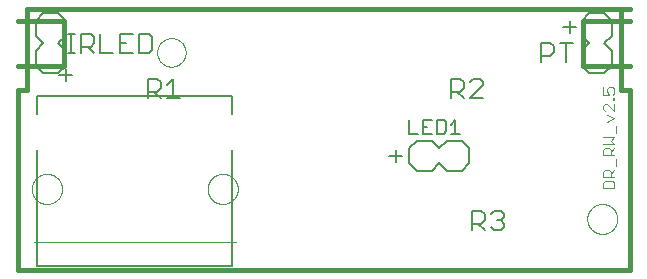
<source format=gto>
G75*
%MOIN*%
%OFA0B0*%
%FSLAX25Y25*%
%IPPOS*%
%LPD*%
%AMOC8*
5,1,8,0,0,1.08239X$1,22.5*
%
%ADD10C,0.01600*%
%ADD11C,0.00000*%
%ADD12C,0.00600*%
%ADD13C,0.00300*%
%ADD14C,0.00800*%
%ADD15C,0.00500*%
D10*
X0001800Y0001800D02*
X0205800Y0001800D01*
X0205800Y0061800D01*
X0202800Y0061800D01*
X0202800Y0088800D01*
X0205800Y0088800D01*
X0202800Y0088800D02*
X0004800Y0088800D01*
X0004800Y0061800D01*
X0001800Y0061800D01*
X0001800Y0001800D01*
X0001800Y0069800D02*
X0017300Y0069800D01*
X0017300Y0084800D01*
X0001800Y0084800D01*
X0190300Y0084800D02*
X0190300Y0069800D01*
X0205800Y0069800D01*
X0205800Y0084800D02*
X0190300Y0084800D01*
D11*
X0065071Y0028800D02*
X0065073Y0028941D01*
X0065079Y0029083D01*
X0065089Y0029224D01*
X0065103Y0029365D01*
X0065121Y0029505D01*
X0065143Y0029645D01*
X0065168Y0029784D01*
X0065198Y0029922D01*
X0065232Y0030059D01*
X0065269Y0030196D01*
X0065310Y0030331D01*
X0065355Y0030465D01*
X0065404Y0030598D01*
X0065457Y0030729D01*
X0065513Y0030859D01*
X0065573Y0030987D01*
X0065636Y0031114D01*
X0065703Y0031238D01*
X0065773Y0031361D01*
X0065847Y0031481D01*
X0065924Y0031600D01*
X0066005Y0031716D01*
X0066089Y0031830D01*
X0066176Y0031942D01*
X0066266Y0032051D01*
X0066359Y0032157D01*
X0066455Y0032261D01*
X0066554Y0032362D01*
X0066656Y0032460D01*
X0066760Y0032556D01*
X0066867Y0032648D01*
X0066977Y0032737D01*
X0067089Y0032824D01*
X0067204Y0032907D01*
X0067320Y0032986D01*
X0067439Y0033063D01*
X0067561Y0033136D01*
X0067684Y0033205D01*
X0067809Y0033271D01*
X0067936Y0033334D01*
X0068064Y0033393D01*
X0068194Y0033448D01*
X0068326Y0033500D01*
X0068459Y0033547D01*
X0068594Y0033591D01*
X0068729Y0033632D01*
X0068866Y0033668D01*
X0069004Y0033701D01*
X0069142Y0033729D01*
X0069281Y0033754D01*
X0069421Y0033775D01*
X0069562Y0033792D01*
X0069702Y0033805D01*
X0069844Y0033814D01*
X0069985Y0033819D01*
X0070126Y0033820D01*
X0070268Y0033817D01*
X0070409Y0033810D01*
X0070550Y0033799D01*
X0070691Y0033784D01*
X0070831Y0033765D01*
X0070970Y0033742D01*
X0071109Y0033716D01*
X0071247Y0033685D01*
X0071385Y0033650D01*
X0071521Y0033612D01*
X0071656Y0033570D01*
X0071789Y0033524D01*
X0071922Y0033474D01*
X0072053Y0033421D01*
X0072182Y0033364D01*
X0072310Y0033303D01*
X0072436Y0033239D01*
X0072560Y0033171D01*
X0072682Y0033100D01*
X0072802Y0033025D01*
X0072920Y0032947D01*
X0073036Y0032865D01*
X0073149Y0032781D01*
X0073260Y0032693D01*
X0073369Y0032602D01*
X0073474Y0032508D01*
X0073578Y0032412D01*
X0073678Y0032312D01*
X0073775Y0032210D01*
X0073870Y0032104D01*
X0073962Y0031997D01*
X0074050Y0031886D01*
X0074136Y0031774D01*
X0074218Y0031658D01*
X0074297Y0031541D01*
X0074372Y0031421D01*
X0074444Y0031300D01*
X0074513Y0031176D01*
X0074578Y0031051D01*
X0074640Y0030923D01*
X0074698Y0030794D01*
X0074752Y0030664D01*
X0074803Y0030532D01*
X0074850Y0030398D01*
X0074893Y0030264D01*
X0074932Y0030128D01*
X0074968Y0029991D01*
X0074999Y0029853D01*
X0075027Y0029714D01*
X0075051Y0029575D01*
X0075071Y0029435D01*
X0075087Y0029294D01*
X0075099Y0029153D01*
X0075107Y0029012D01*
X0075111Y0028871D01*
X0075111Y0028729D01*
X0075107Y0028588D01*
X0075099Y0028447D01*
X0075087Y0028306D01*
X0075071Y0028165D01*
X0075051Y0028025D01*
X0075027Y0027886D01*
X0074999Y0027747D01*
X0074968Y0027609D01*
X0074932Y0027472D01*
X0074893Y0027336D01*
X0074850Y0027202D01*
X0074803Y0027068D01*
X0074752Y0026936D01*
X0074698Y0026806D01*
X0074640Y0026677D01*
X0074578Y0026549D01*
X0074513Y0026424D01*
X0074444Y0026300D01*
X0074372Y0026179D01*
X0074297Y0026059D01*
X0074218Y0025942D01*
X0074136Y0025826D01*
X0074050Y0025714D01*
X0073962Y0025603D01*
X0073870Y0025496D01*
X0073775Y0025390D01*
X0073678Y0025288D01*
X0073578Y0025188D01*
X0073474Y0025092D01*
X0073369Y0024998D01*
X0073260Y0024907D01*
X0073149Y0024819D01*
X0073036Y0024735D01*
X0072920Y0024653D01*
X0072802Y0024575D01*
X0072682Y0024500D01*
X0072560Y0024429D01*
X0072436Y0024361D01*
X0072310Y0024297D01*
X0072182Y0024236D01*
X0072053Y0024179D01*
X0071922Y0024126D01*
X0071789Y0024076D01*
X0071656Y0024030D01*
X0071521Y0023988D01*
X0071385Y0023950D01*
X0071247Y0023915D01*
X0071109Y0023884D01*
X0070970Y0023858D01*
X0070831Y0023835D01*
X0070691Y0023816D01*
X0070550Y0023801D01*
X0070409Y0023790D01*
X0070268Y0023783D01*
X0070126Y0023780D01*
X0069985Y0023781D01*
X0069844Y0023786D01*
X0069702Y0023795D01*
X0069562Y0023808D01*
X0069421Y0023825D01*
X0069281Y0023846D01*
X0069142Y0023871D01*
X0069004Y0023899D01*
X0068866Y0023932D01*
X0068729Y0023968D01*
X0068594Y0024009D01*
X0068459Y0024053D01*
X0068326Y0024100D01*
X0068194Y0024152D01*
X0068064Y0024207D01*
X0067936Y0024266D01*
X0067809Y0024329D01*
X0067684Y0024395D01*
X0067561Y0024464D01*
X0067439Y0024537D01*
X0067320Y0024614D01*
X0067204Y0024693D01*
X0067089Y0024776D01*
X0066977Y0024863D01*
X0066867Y0024952D01*
X0066760Y0025044D01*
X0066656Y0025140D01*
X0066554Y0025238D01*
X0066455Y0025339D01*
X0066359Y0025443D01*
X0066266Y0025549D01*
X0066176Y0025658D01*
X0066089Y0025770D01*
X0066005Y0025884D01*
X0065924Y0026000D01*
X0065847Y0026119D01*
X0065773Y0026239D01*
X0065703Y0026362D01*
X0065636Y0026486D01*
X0065573Y0026613D01*
X0065513Y0026741D01*
X0065457Y0026871D01*
X0065404Y0027002D01*
X0065355Y0027135D01*
X0065310Y0027269D01*
X0065269Y0027404D01*
X0065232Y0027541D01*
X0065198Y0027678D01*
X0065168Y0027816D01*
X0065143Y0027955D01*
X0065121Y0028095D01*
X0065103Y0028235D01*
X0065089Y0028376D01*
X0065079Y0028517D01*
X0065073Y0028659D01*
X0065071Y0028800D01*
X0074391Y0011005D02*
X0007209Y0011005D01*
X0006489Y0028800D02*
X0006491Y0028941D01*
X0006497Y0029083D01*
X0006507Y0029224D01*
X0006521Y0029365D01*
X0006539Y0029505D01*
X0006561Y0029645D01*
X0006586Y0029784D01*
X0006616Y0029922D01*
X0006650Y0030059D01*
X0006687Y0030196D01*
X0006728Y0030331D01*
X0006773Y0030465D01*
X0006822Y0030598D01*
X0006875Y0030729D01*
X0006931Y0030859D01*
X0006991Y0030987D01*
X0007054Y0031114D01*
X0007121Y0031238D01*
X0007191Y0031361D01*
X0007265Y0031481D01*
X0007342Y0031600D01*
X0007423Y0031716D01*
X0007507Y0031830D01*
X0007594Y0031942D01*
X0007684Y0032051D01*
X0007777Y0032157D01*
X0007873Y0032261D01*
X0007972Y0032362D01*
X0008074Y0032460D01*
X0008178Y0032556D01*
X0008285Y0032648D01*
X0008395Y0032737D01*
X0008507Y0032824D01*
X0008622Y0032907D01*
X0008738Y0032986D01*
X0008857Y0033063D01*
X0008979Y0033136D01*
X0009102Y0033205D01*
X0009227Y0033271D01*
X0009354Y0033334D01*
X0009482Y0033393D01*
X0009612Y0033448D01*
X0009744Y0033500D01*
X0009877Y0033547D01*
X0010012Y0033591D01*
X0010147Y0033632D01*
X0010284Y0033668D01*
X0010422Y0033701D01*
X0010560Y0033729D01*
X0010699Y0033754D01*
X0010839Y0033775D01*
X0010980Y0033792D01*
X0011120Y0033805D01*
X0011262Y0033814D01*
X0011403Y0033819D01*
X0011544Y0033820D01*
X0011686Y0033817D01*
X0011827Y0033810D01*
X0011968Y0033799D01*
X0012109Y0033784D01*
X0012249Y0033765D01*
X0012388Y0033742D01*
X0012527Y0033716D01*
X0012665Y0033685D01*
X0012803Y0033650D01*
X0012939Y0033612D01*
X0013074Y0033570D01*
X0013207Y0033524D01*
X0013340Y0033474D01*
X0013471Y0033421D01*
X0013600Y0033364D01*
X0013728Y0033303D01*
X0013854Y0033239D01*
X0013978Y0033171D01*
X0014100Y0033100D01*
X0014220Y0033025D01*
X0014338Y0032947D01*
X0014454Y0032865D01*
X0014567Y0032781D01*
X0014678Y0032693D01*
X0014787Y0032602D01*
X0014892Y0032508D01*
X0014996Y0032412D01*
X0015096Y0032312D01*
X0015193Y0032210D01*
X0015288Y0032104D01*
X0015380Y0031997D01*
X0015468Y0031886D01*
X0015554Y0031774D01*
X0015636Y0031658D01*
X0015715Y0031541D01*
X0015790Y0031421D01*
X0015862Y0031300D01*
X0015931Y0031176D01*
X0015996Y0031051D01*
X0016058Y0030923D01*
X0016116Y0030794D01*
X0016170Y0030664D01*
X0016221Y0030532D01*
X0016268Y0030398D01*
X0016311Y0030264D01*
X0016350Y0030128D01*
X0016386Y0029991D01*
X0016417Y0029853D01*
X0016445Y0029714D01*
X0016469Y0029575D01*
X0016489Y0029435D01*
X0016505Y0029294D01*
X0016517Y0029153D01*
X0016525Y0029012D01*
X0016529Y0028871D01*
X0016529Y0028729D01*
X0016525Y0028588D01*
X0016517Y0028447D01*
X0016505Y0028306D01*
X0016489Y0028165D01*
X0016469Y0028025D01*
X0016445Y0027886D01*
X0016417Y0027747D01*
X0016386Y0027609D01*
X0016350Y0027472D01*
X0016311Y0027336D01*
X0016268Y0027202D01*
X0016221Y0027068D01*
X0016170Y0026936D01*
X0016116Y0026806D01*
X0016058Y0026677D01*
X0015996Y0026549D01*
X0015931Y0026424D01*
X0015862Y0026300D01*
X0015790Y0026179D01*
X0015715Y0026059D01*
X0015636Y0025942D01*
X0015554Y0025826D01*
X0015468Y0025714D01*
X0015380Y0025603D01*
X0015288Y0025496D01*
X0015193Y0025390D01*
X0015096Y0025288D01*
X0014996Y0025188D01*
X0014892Y0025092D01*
X0014787Y0024998D01*
X0014678Y0024907D01*
X0014567Y0024819D01*
X0014454Y0024735D01*
X0014338Y0024653D01*
X0014220Y0024575D01*
X0014100Y0024500D01*
X0013978Y0024429D01*
X0013854Y0024361D01*
X0013728Y0024297D01*
X0013600Y0024236D01*
X0013471Y0024179D01*
X0013340Y0024126D01*
X0013207Y0024076D01*
X0013074Y0024030D01*
X0012939Y0023988D01*
X0012803Y0023950D01*
X0012665Y0023915D01*
X0012527Y0023884D01*
X0012388Y0023858D01*
X0012249Y0023835D01*
X0012109Y0023816D01*
X0011968Y0023801D01*
X0011827Y0023790D01*
X0011686Y0023783D01*
X0011544Y0023780D01*
X0011403Y0023781D01*
X0011262Y0023786D01*
X0011120Y0023795D01*
X0010980Y0023808D01*
X0010839Y0023825D01*
X0010699Y0023846D01*
X0010560Y0023871D01*
X0010422Y0023899D01*
X0010284Y0023932D01*
X0010147Y0023968D01*
X0010012Y0024009D01*
X0009877Y0024053D01*
X0009744Y0024100D01*
X0009612Y0024152D01*
X0009482Y0024207D01*
X0009354Y0024266D01*
X0009227Y0024329D01*
X0009102Y0024395D01*
X0008979Y0024464D01*
X0008857Y0024537D01*
X0008738Y0024614D01*
X0008622Y0024693D01*
X0008507Y0024776D01*
X0008395Y0024863D01*
X0008285Y0024952D01*
X0008178Y0025044D01*
X0008074Y0025140D01*
X0007972Y0025238D01*
X0007873Y0025339D01*
X0007777Y0025443D01*
X0007684Y0025549D01*
X0007594Y0025658D01*
X0007507Y0025770D01*
X0007423Y0025884D01*
X0007342Y0026000D01*
X0007265Y0026119D01*
X0007191Y0026239D01*
X0007121Y0026362D01*
X0007054Y0026486D01*
X0006991Y0026613D01*
X0006931Y0026741D01*
X0006875Y0026871D01*
X0006822Y0027002D01*
X0006773Y0027135D01*
X0006728Y0027269D01*
X0006687Y0027404D01*
X0006650Y0027541D01*
X0006616Y0027678D01*
X0006586Y0027816D01*
X0006561Y0027955D01*
X0006539Y0028095D01*
X0006521Y0028235D01*
X0006507Y0028376D01*
X0006497Y0028517D01*
X0006491Y0028659D01*
X0006489Y0028800D01*
X0048250Y0074300D02*
X0048252Y0074438D01*
X0048258Y0074575D01*
X0048268Y0074712D01*
X0048282Y0074849D01*
X0048300Y0074985D01*
X0048322Y0075121D01*
X0048347Y0075256D01*
X0048377Y0075390D01*
X0048410Y0075524D01*
X0048448Y0075656D01*
X0048489Y0075787D01*
X0048534Y0075917D01*
X0048583Y0076046D01*
X0048635Y0076173D01*
X0048691Y0076299D01*
X0048751Y0076423D01*
X0048814Y0076545D01*
X0048881Y0076665D01*
X0048951Y0076783D01*
X0049024Y0076900D01*
X0049101Y0077014D01*
X0049182Y0077125D01*
X0049265Y0077235D01*
X0049351Y0077342D01*
X0049441Y0077446D01*
X0049534Y0077548D01*
X0049629Y0077647D01*
X0049727Y0077743D01*
X0049828Y0077836D01*
X0049932Y0077926D01*
X0050038Y0078014D01*
X0050147Y0078098D01*
X0050258Y0078179D01*
X0050372Y0078257D01*
X0050487Y0078331D01*
X0050605Y0078402D01*
X0050725Y0078470D01*
X0050847Y0078534D01*
X0050970Y0078594D01*
X0051095Y0078651D01*
X0051222Y0078705D01*
X0051350Y0078754D01*
X0051480Y0078800D01*
X0051611Y0078842D01*
X0051743Y0078881D01*
X0051876Y0078915D01*
X0052010Y0078946D01*
X0052145Y0078972D01*
X0052281Y0078995D01*
X0052417Y0079014D01*
X0052554Y0079029D01*
X0052691Y0079040D01*
X0052828Y0079047D01*
X0052966Y0079050D01*
X0053103Y0079049D01*
X0053241Y0079044D01*
X0053378Y0079035D01*
X0053515Y0079022D01*
X0053651Y0079005D01*
X0053787Y0078984D01*
X0053922Y0078960D01*
X0054057Y0078931D01*
X0054191Y0078898D01*
X0054323Y0078862D01*
X0054455Y0078822D01*
X0054585Y0078778D01*
X0054714Y0078730D01*
X0054842Y0078678D01*
X0054968Y0078623D01*
X0055092Y0078565D01*
X0055214Y0078502D01*
X0055335Y0078436D01*
X0055454Y0078367D01*
X0055571Y0078294D01*
X0055685Y0078218D01*
X0055798Y0078139D01*
X0055908Y0078056D01*
X0056015Y0077970D01*
X0056120Y0077882D01*
X0056222Y0077790D01*
X0056322Y0077695D01*
X0056419Y0077597D01*
X0056513Y0077497D01*
X0056604Y0077394D01*
X0056692Y0077288D01*
X0056777Y0077180D01*
X0056859Y0077070D01*
X0056938Y0076957D01*
X0057013Y0076842D01*
X0057085Y0076724D01*
X0057153Y0076605D01*
X0057218Y0076484D01*
X0057280Y0076361D01*
X0057337Y0076236D01*
X0057392Y0076110D01*
X0057442Y0075982D01*
X0057489Y0075853D01*
X0057532Y0075722D01*
X0057571Y0075590D01*
X0057607Y0075457D01*
X0057638Y0075323D01*
X0057666Y0075189D01*
X0057690Y0075053D01*
X0057710Y0074917D01*
X0057726Y0074781D01*
X0057738Y0074644D01*
X0057746Y0074506D01*
X0057750Y0074369D01*
X0057750Y0074231D01*
X0057746Y0074094D01*
X0057738Y0073956D01*
X0057726Y0073819D01*
X0057710Y0073683D01*
X0057690Y0073547D01*
X0057666Y0073411D01*
X0057638Y0073277D01*
X0057607Y0073143D01*
X0057571Y0073010D01*
X0057532Y0072878D01*
X0057489Y0072747D01*
X0057442Y0072618D01*
X0057392Y0072490D01*
X0057337Y0072364D01*
X0057280Y0072239D01*
X0057218Y0072116D01*
X0057153Y0071995D01*
X0057085Y0071876D01*
X0057013Y0071758D01*
X0056938Y0071643D01*
X0056859Y0071530D01*
X0056777Y0071420D01*
X0056692Y0071312D01*
X0056604Y0071206D01*
X0056513Y0071103D01*
X0056419Y0071003D01*
X0056322Y0070905D01*
X0056222Y0070810D01*
X0056120Y0070718D01*
X0056015Y0070630D01*
X0055908Y0070544D01*
X0055798Y0070461D01*
X0055685Y0070382D01*
X0055571Y0070306D01*
X0055454Y0070233D01*
X0055335Y0070164D01*
X0055214Y0070098D01*
X0055092Y0070035D01*
X0054968Y0069977D01*
X0054842Y0069922D01*
X0054714Y0069870D01*
X0054585Y0069822D01*
X0054455Y0069778D01*
X0054323Y0069738D01*
X0054191Y0069702D01*
X0054057Y0069669D01*
X0053922Y0069640D01*
X0053787Y0069616D01*
X0053651Y0069595D01*
X0053515Y0069578D01*
X0053378Y0069565D01*
X0053241Y0069556D01*
X0053103Y0069551D01*
X0052966Y0069550D01*
X0052828Y0069553D01*
X0052691Y0069560D01*
X0052554Y0069571D01*
X0052417Y0069586D01*
X0052281Y0069605D01*
X0052145Y0069628D01*
X0052010Y0069654D01*
X0051876Y0069685D01*
X0051743Y0069719D01*
X0051611Y0069758D01*
X0051480Y0069800D01*
X0051350Y0069846D01*
X0051222Y0069895D01*
X0051095Y0069949D01*
X0050970Y0070006D01*
X0050847Y0070066D01*
X0050725Y0070130D01*
X0050605Y0070198D01*
X0050487Y0070269D01*
X0050372Y0070343D01*
X0050258Y0070421D01*
X0050147Y0070502D01*
X0050038Y0070586D01*
X0049932Y0070674D01*
X0049828Y0070764D01*
X0049727Y0070857D01*
X0049629Y0070953D01*
X0049534Y0071052D01*
X0049441Y0071154D01*
X0049351Y0071258D01*
X0049265Y0071365D01*
X0049182Y0071475D01*
X0049101Y0071586D01*
X0049024Y0071700D01*
X0048951Y0071817D01*
X0048881Y0071935D01*
X0048814Y0072055D01*
X0048751Y0072177D01*
X0048691Y0072301D01*
X0048635Y0072427D01*
X0048583Y0072554D01*
X0048534Y0072683D01*
X0048489Y0072813D01*
X0048448Y0072944D01*
X0048410Y0073076D01*
X0048377Y0073210D01*
X0048347Y0073344D01*
X0048322Y0073479D01*
X0048300Y0073615D01*
X0048282Y0073751D01*
X0048268Y0073888D01*
X0048258Y0074025D01*
X0048252Y0074162D01*
X0048250Y0074300D01*
X0191600Y0018800D02*
X0191602Y0018941D01*
X0191608Y0019082D01*
X0191618Y0019222D01*
X0191632Y0019362D01*
X0191650Y0019502D01*
X0191671Y0019641D01*
X0191697Y0019780D01*
X0191726Y0019918D01*
X0191760Y0020054D01*
X0191797Y0020190D01*
X0191838Y0020325D01*
X0191883Y0020459D01*
X0191932Y0020591D01*
X0191984Y0020722D01*
X0192040Y0020851D01*
X0192100Y0020978D01*
X0192163Y0021104D01*
X0192229Y0021228D01*
X0192300Y0021351D01*
X0192373Y0021471D01*
X0192450Y0021589D01*
X0192530Y0021705D01*
X0192614Y0021818D01*
X0192700Y0021929D01*
X0192790Y0022038D01*
X0192883Y0022144D01*
X0192978Y0022247D01*
X0193077Y0022348D01*
X0193178Y0022446D01*
X0193282Y0022541D01*
X0193389Y0022633D01*
X0193498Y0022722D01*
X0193610Y0022807D01*
X0193724Y0022890D01*
X0193840Y0022970D01*
X0193959Y0023046D01*
X0194080Y0023118D01*
X0194202Y0023188D01*
X0194327Y0023253D01*
X0194453Y0023316D01*
X0194581Y0023374D01*
X0194711Y0023429D01*
X0194842Y0023481D01*
X0194975Y0023528D01*
X0195109Y0023572D01*
X0195244Y0023613D01*
X0195380Y0023649D01*
X0195517Y0023681D01*
X0195655Y0023710D01*
X0195793Y0023735D01*
X0195933Y0023755D01*
X0196073Y0023772D01*
X0196213Y0023785D01*
X0196354Y0023794D01*
X0196494Y0023799D01*
X0196635Y0023800D01*
X0196776Y0023797D01*
X0196917Y0023790D01*
X0197057Y0023779D01*
X0197197Y0023764D01*
X0197337Y0023745D01*
X0197476Y0023723D01*
X0197614Y0023696D01*
X0197752Y0023666D01*
X0197888Y0023631D01*
X0198024Y0023593D01*
X0198158Y0023551D01*
X0198292Y0023505D01*
X0198424Y0023456D01*
X0198554Y0023402D01*
X0198683Y0023345D01*
X0198810Y0023285D01*
X0198936Y0023221D01*
X0199059Y0023153D01*
X0199181Y0023082D01*
X0199301Y0023008D01*
X0199418Y0022930D01*
X0199533Y0022849D01*
X0199646Y0022765D01*
X0199757Y0022678D01*
X0199865Y0022587D01*
X0199970Y0022494D01*
X0200073Y0022397D01*
X0200173Y0022298D01*
X0200270Y0022196D01*
X0200364Y0022091D01*
X0200455Y0021984D01*
X0200543Y0021874D01*
X0200628Y0021762D01*
X0200710Y0021647D01*
X0200789Y0021530D01*
X0200864Y0021411D01*
X0200936Y0021290D01*
X0201004Y0021167D01*
X0201069Y0021042D01*
X0201131Y0020915D01*
X0201188Y0020786D01*
X0201243Y0020656D01*
X0201293Y0020525D01*
X0201340Y0020392D01*
X0201383Y0020258D01*
X0201422Y0020122D01*
X0201457Y0019986D01*
X0201489Y0019849D01*
X0201516Y0019711D01*
X0201540Y0019572D01*
X0201560Y0019432D01*
X0201576Y0019292D01*
X0201588Y0019152D01*
X0201596Y0019011D01*
X0201600Y0018870D01*
X0201600Y0018730D01*
X0201596Y0018589D01*
X0201588Y0018448D01*
X0201576Y0018308D01*
X0201560Y0018168D01*
X0201540Y0018028D01*
X0201516Y0017889D01*
X0201489Y0017751D01*
X0201457Y0017614D01*
X0201422Y0017478D01*
X0201383Y0017342D01*
X0201340Y0017208D01*
X0201293Y0017075D01*
X0201243Y0016944D01*
X0201188Y0016814D01*
X0201131Y0016685D01*
X0201069Y0016558D01*
X0201004Y0016433D01*
X0200936Y0016310D01*
X0200864Y0016189D01*
X0200789Y0016070D01*
X0200710Y0015953D01*
X0200628Y0015838D01*
X0200543Y0015726D01*
X0200455Y0015616D01*
X0200364Y0015509D01*
X0200270Y0015404D01*
X0200173Y0015302D01*
X0200073Y0015203D01*
X0199970Y0015106D01*
X0199865Y0015013D01*
X0199757Y0014922D01*
X0199646Y0014835D01*
X0199533Y0014751D01*
X0199418Y0014670D01*
X0199301Y0014592D01*
X0199181Y0014518D01*
X0199059Y0014447D01*
X0198936Y0014379D01*
X0198810Y0014315D01*
X0198683Y0014255D01*
X0198554Y0014198D01*
X0198424Y0014144D01*
X0198292Y0014095D01*
X0198158Y0014049D01*
X0198024Y0014007D01*
X0197888Y0013969D01*
X0197752Y0013934D01*
X0197614Y0013904D01*
X0197476Y0013877D01*
X0197337Y0013855D01*
X0197197Y0013836D01*
X0197057Y0013821D01*
X0196917Y0013810D01*
X0196776Y0013803D01*
X0196635Y0013800D01*
X0196494Y0013801D01*
X0196354Y0013806D01*
X0196213Y0013815D01*
X0196073Y0013828D01*
X0195933Y0013845D01*
X0195793Y0013865D01*
X0195655Y0013890D01*
X0195517Y0013919D01*
X0195380Y0013951D01*
X0195244Y0013987D01*
X0195109Y0014028D01*
X0194975Y0014072D01*
X0194842Y0014119D01*
X0194711Y0014171D01*
X0194581Y0014226D01*
X0194453Y0014284D01*
X0194327Y0014347D01*
X0194202Y0014412D01*
X0194080Y0014482D01*
X0193959Y0014554D01*
X0193840Y0014630D01*
X0193724Y0014710D01*
X0193610Y0014793D01*
X0193498Y0014878D01*
X0193389Y0014967D01*
X0193282Y0015059D01*
X0193178Y0015154D01*
X0193077Y0015252D01*
X0192978Y0015353D01*
X0192883Y0015456D01*
X0192790Y0015562D01*
X0192700Y0015671D01*
X0192614Y0015782D01*
X0192530Y0015895D01*
X0192450Y0016011D01*
X0192373Y0016129D01*
X0192300Y0016249D01*
X0192229Y0016372D01*
X0192163Y0016496D01*
X0192100Y0016622D01*
X0192040Y0016749D01*
X0191984Y0016878D01*
X0191932Y0017009D01*
X0191883Y0017141D01*
X0191838Y0017275D01*
X0191797Y0017410D01*
X0191760Y0017546D01*
X0191726Y0017682D01*
X0191697Y0017820D01*
X0191671Y0017959D01*
X0191650Y0018098D01*
X0191632Y0018238D01*
X0191618Y0018378D01*
X0191608Y0018518D01*
X0191602Y0018659D01*
X0191600Y0018800D01*
D12*
X0163816Y0019370D02*
X0162748Y0018303D01*
X0163816Y0017235D01*
X0163816Y0016168D01*
X0162748Y0015100D01*
X0160613Y0015100D01*
X0159545Y0016168D01*
X0157370Y0015100D02*
X0155235Y0017235D01*
X0156303Y0017235D02*
X0157370Y0018303D01*
X0157370Y0020438D01*
X0156303Y0021505D01*
X0153100Y0021505D01*
X0153100Y0015100D01*
X0153100Y0017235D02*
X0156303Y0017235D01*
X0161681Y0018303D02*
X0162748Y0018303D01*
X0163816Y0019370D02*
X0163816Y0020438D01*
X0162748Y0021505D01*
X0160613Y0021505D01*
X0159545Y0020438D01*
X0127735Y0037668D02*
X0127735Y0041938D01*
X0125600Y0039803D02*
X0129870Y0039803D01*
X0146100Y0059100D02*
X0146100Y0065505D01*
X0149303Y0065505D01*
X0150370Y0064438D01*
X0150370Y0062303D01*
X0149303Y0061235D01*
X0146100Y0061235D01*
X0148235Y0061235D02*
X0150370Y0059100D01*
X0152545Y0059100D02*
X0156816Y0063370D01*
X0156816Y0064438D01*
X0155748Y0065505D01*
X0153613Y0065505D01*
X0152545Y0064438D01*
X0152545Y0059100D02*
X0156816Y0059100D01*
X0176100Y0071100D02*
X0176100Y0077505D01*
X0179303Y0077505D01*
X0180370Y0076438D01*
X0180370Y0074303D01*
X0179303Y0073235D01*
X0176100Y0073235D01*
X0184681Y0071100D02*
X0184681Y0077505D01*
X0186816Y0077505D02*
X0182545Y0077505D01*
X0185735Y0080668D02*
X0185735Y0084938D01*
X0183600Y0082803D02*
X0187870Y0082803D01*
X0055816Y0059100D02*
X0051545Y0059100D01*
X0053681Y0059100D02*
X0053681Y0065505D01*
X0051545Y0063370D01*
X0049370Y0062303D02*
X0048303Y0061235D01*
X0045100Y0061235D01*
X0047235Y0061235D02*
X0049370Y0059100D01*
X0045100Y0059100D02*
X0045100Y0065505D01*
X0048303Y0065505D01*
X0049370Y0064438D01*
X0049370Y0062303D01*
X0045436Y0074100D02*
X0042233Y0074100D01*
X0042233Y0080505D01*
X0045436Y0080505D01*
X0046504Y0079438D01*
X0046504Y0075168D01*
X0045436Y0074100D01*
X0040058Y0074100D02*
X0035788Y0074100D01*
X0035788Y0080505D01*
X0040058Y0080505D01*
X0037923Y0077303D02*
X0035788Y0077303D01*
X0029342Y0080505D02*
X0029342Y0074100D01*
X0033613Y0074100D01*
X0027167Y0074100D02*
X0025032Y0076235D01*
X0026100Y0076235D02*
X0022897Y0076235D01*
X0026100Y0076235D02*
X0027167Y0077303D01*
X0027167Y0079438D01*
X0026100Y0080505D01*
X0022897Y0080505D01*
X0022897Y0074100D01*
X0020735Y0074100D02*
X0018600Y0074100D01*
X0019668Y0074100D02*
X0019668Y0080505D01*
X0020735Y0080505D02*
X0018600Y0080505D01*
X0017735Y0068938D02*
X0017735Y0064668D01*
X0015600Y0066803D02*
X0019870Y0066803D01*
D13*
X0196947Y0062726D02*
X0196947Y0060257D01*
X0198798Y0060257D01*
X0198181Y0061491D01*
X0198181Y0062108D01*
X0198798Y0062726D01*
X0200033Y0062726D01*
X0200650Y0062108D01*
X0200650Y0060874D01*
X0200033Y0060257D01*
X0200033Y0059032D02*
X0200650Y0059032D01*
X0200650Y0058415D01*
X0200033Y0058415D01*
X0200033Y0059032D01*
X0200650Y0057201D02*
X0200650Y0054732D01*
X0198181Y0057201D01*
X0197564Y0057201D01*
X0196947Y0056584D01*
X0196947Y0055349D01*
X0197564Y0054732D01*
X0198181Y0053518D02*
X0200650Y0052283D01*
X0198181Y0051049D01*
X0201267Y0049834D02*
X0201267Y0047366D01*
X0200650Y0046151D02*
X0196947Y0046151D01*
X0196947Y0043683D02*
X0200650Y0043683D01*
X0199416Y0044917D01*
X0200650Y0046151D01*
X0200650Y0042468D02*
X0199416Y0041234D01*
X0199416Y0041851D02*
X0198798Y0042468D01*
X0197564Y0042468D01*
X0196947Y0041851D01*
X0196947Y0039999D01*
X0200650Y0039999D01*
X0199416Y0039999D02*
X0199416Y0041851D01*
X0201267Y0038785D02*
X0201267Y0036316D01*
X0200650Y0035102D02*
X0199416Y0033868D01*
X0199416Y0034485D02*
X0198798Y0035102D01*
X0197564Y0035102D01*
X0196947Y0034485D01*
X0196947Y0032633D01*
X0200650Y0032633D01*
X0199416Y0032633D02*
X0199416Y0034485D01*
X0200033Y0031419D02*
X0197564Y0031419D01*
X0196947Y0030802D01*
X0196947Y0028950D01*
X0200650Y0028950D01*
X0200650Y0030802D01*
X0200033Y0031419D01*
D14*
X0152300Y0037300D02*
X0152300Y0042300D01*
X0149800Y0044800D01*
X0144800Y0044800D01*
X0142300Y0042300D01*
X0139800Y0044800D01*
X0134800Y0044800D01*
X0132300Y0042300D01*
X0132300Y0037300D01*
X0134800Y0034800D01*
X0139800Y0034800D01*
X0142300Y0037300D01*
X0144800Y0034800D01*
X0149800Y0034800D01*
X0152300Y0037300D01*
X0189800Y0069800D02*
X0192300Y0067300D01*
X0197300Y0067300D01*
X0199800Y0069800D01*
X0199800Y0074800D01*
X0197300Y0077300D01*
X0199800Y0079800D01*
X0199800Y0084800D01*
X0197300Y0087300D01*
X0192300Y0087300D01*
X0189800Y0084800D01*
X0189800Y0079800D01*
X0192300Y0077300D01*
X0189800Y0074800D01*
X0189800Y0069800D01*
X0073280Y0059804D02*
X0073280Y0053800D01*
X0073280Y0059804D02*
X0008320Y0059804D01*
X0008320Y0053800D01*
X0008320Y0041800D02*
X0008320Y0003111D01*
X0073280Y0003111D01*
X0073280Y0041800D01*
X0017800Y0069800D02*
X0015300Y0067300D01*
X0010300Y0067300D01*
X0007800Y0069800D01*
X0007800Y0074800D01*
X0010300Y0077300D01*
X0007800Y0079800D01*
X0007800Y0084800D01*
X0010300Y0087300D01*
X0015300Y0087300D01*
X0017800Y0084800D01*
X0017800Y0079800D01*
X0015300Y0077300D01*
X0017800Y0074800D01*
X0017800Y0069800D01*
D15*
X0132250Y0051754D02*
X0132250Y0047250D01*
X0135253Y0047250D01*
X0136854Y0047250D02*
X0139856Y0047250D01*
X0141458Y0047250D02*
X0143710Y0047250D01*
X0144460Y0048001D01*
X0144460Y0051003D01*
X0143710Y0051754D01*
X0141458Y0051754D01*
X0141458Y0047250D01*
X0138355Y0049502D02*
X0136854Y0049502D01*
X0136854Y0051754D02*
X0136854Y0047250D01*
X0136854Y0051754D02*
X0139856Y0051754D01*
X0146062Y0050253D02*
X0147563Y0051754D01*
X0147563Y0047250D01*
X0146062Y0047250D02*
X0149064Y0047250D01*
M02*

</source>
